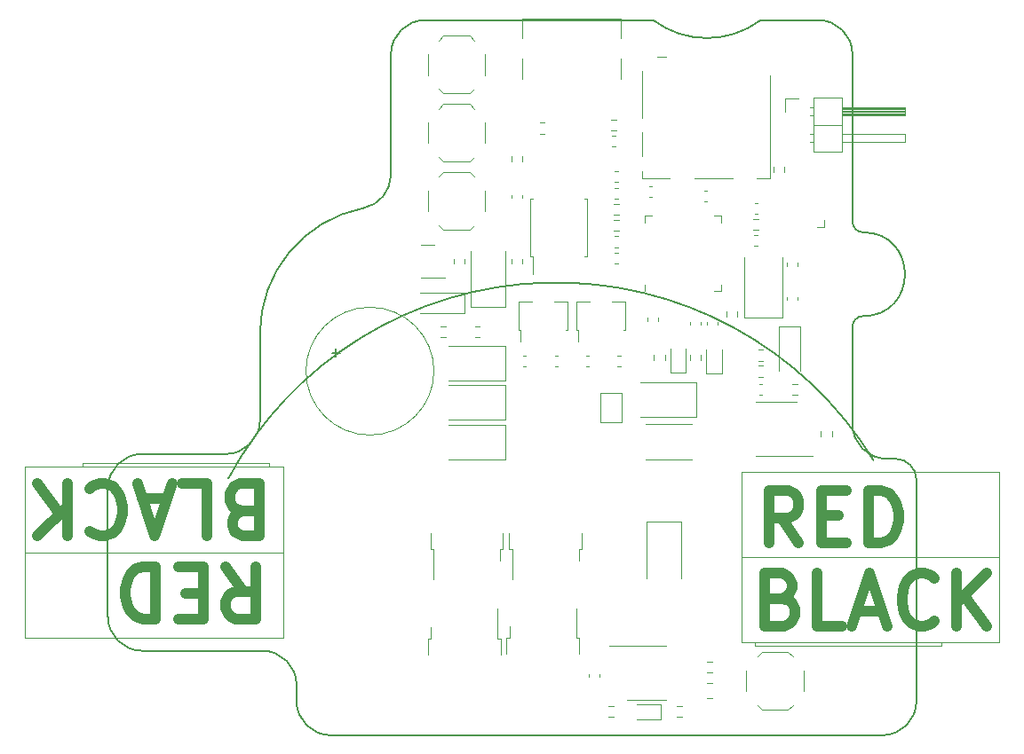
<source format=gto>
%TF.GenerationSoftware,KiCad,Pcbnew,(6.99.0-874-g7b84e0a7d9-dirty)*%
%TF.CreationDate,2022-02-14T21:42:15-05:00*%
%TF.ProjectId,MotorcycleBatterIsolator,4d6f746f-7263-4796-936c-654261747465,rev?*%
%TF.SameCoordinates,Original*%
%TF.FileFunction,Legend,Top*%
%TF.FilePolarity,Positive*%
%FSLAX46Y46*%
G04 Gerber Fmt 4.6, Leading zero omitted, Abs format (unit mm)*
G04 Created by KiCad (PCBNEW (6.99.0-874-g7b84e0a7d9-dirty)) date 2022-02-14 21:42:15*
%MOMM*%
%LPD*%
G01*
G04 APERTURE LIST*
%ADD10C,0.150000*%
%TA.AperFunction,Profile*%
%ADD11C,0.160000*%
%TD*%
%ADD12C,1.000000*%
%ADD13C,0.120000*%
G04 APERTURE END LIST*
D10*
X159000000Y-144750000D02*
G75*
G03*
X97500000Y-146500000I-30248550J-18497384D01*
G01*
D11*
X100518000Y-132657000D02*
X100518000Y-140910000D01*
X97268000Y-144160000D02*
X89268000Y-144160000D01*
X86018000Y-147410000D02*
X86018000Y-159690000D01*
X89268000Y-162940000D02*
X100750000Y-162940000D01*
X104000000Y-166190000D02*
X104000000Y-167750000D01*
X107250000Y-171000000D02*
X159850000Y-171000000D01*
X163100000Y-167750000D02*
X163100000Y-166750000D01*
X163100000Y-166750000D02*
X163100000Y-146610000D01*
X161100000Y-144610000D02*
X160250000Y-144610000D01*
X157000000Y-141360000D02*
X157000000Y-132000000D01*
X158000000Y-131000000D02*
G75*
G03*
X158000000Y-123000000I0J4000000D01*
G01*
X157000000Y-122000000D02*
X157000000Y-106000000D01*
X153750000Y-102750000D02*
X148250000Y-102750000D01*
X138000000Y-102750000D02*
X116250000Y-102750000D01*
X113000000Y-106000000D02*
X113000000Y-117500000D01*
X110373000Y-120690000D02*
G75*
G03*
X100518000Y-132657000I2337159J-11966053D01*
G01*
X158000000Y-131000000D02*
G75*
G03*
X157000000Y-132000000I365J-1000365D01*
G01*
X157000000Y-141360000D02*
G75*
G03*
X160250000Y-144610000I3250331J331D01*
G01*
X163100000Y-146610000D02*
G75*
G03*
X161100000Y-144610000I-2000729J-729D01*
G01*
X157000000Y-122000000D02*
G75*
G03*
X158000000Y-123000000I1000365J365D01*
G01*
X157000000Y-106000000D02*
G75*
G03*
X153750000Y-102750000I-3250331J-331D01*
G01*
X116250000Y-102750000D02*
G75*
G03*
X113000000Y-106000000I331J-3250331D01*
G01*
X110373000Y-120690000D02*
G75*
G03*
X113000000Y-117500000I-623095J3189807D01*
G01*
X97268000Y-144160000D02*
G75*
G03*
X100518000Y-140910000I-331J3250331D01*
G01*
X89268000Y-144160000D02*
G75*
G03*
X86018000Y-147410000I-1375J-3248625D01*
G01*
X86018000Y-159690000D02*
G75*
G03*
X89268000Y-162940000I3248625J-1375D01*
G01*
X104000000Y-166190000D02*
G75*
G03*
X100750000Y-162940000I-3250331J-331D01*
G01*
X104000000Y-167750000D02*
G75*
G03*
X107250000Y-171000000I3250331J331D01*
G01*
X159850000Y-171000000D02*
G75*
G03*
X163100000Y-167750000I-331J3250331D01*
G01*
X138000000Y-102750000D02*
G75*
G03*
X148250000Y-102750000I5125000J6835000D01*
G01*
D12*
%TO.C,J1*%
X98827023Y-149607142D02*
X98112737Y-149369047D01*
X98112737Y-149369047D02*
X97874642Y-149130952D01*
X97874642Y-149130952D02*
X97636546Y-148654761D01*
X97636546Y-148654761D02*
X97636546Y-147940476D01*
X97636546Y-147940476D02*
X97874642Y-147464285D01*
X97874642Y-147464285D02*
X98112737Y-147226190D01*
X98112737Y-147226190D02*
X98588927Y-146988095D01*
X98588927Y-146988095D02*
X100493689Y-146988095D01*
X100493689Y-146988095D02*
X100493689Y-151988095D01*
X100493689Y-151988095D02*
X98827023Y-151988095D01*
X98827023Y-151988095D02*
X98350832Y-151750000D01*
X98350832Y-151750000D02*
X98112737Y-151511904D01*
X98112737Y-151511904D02*
X97874642Y-151035714D01*
X97874642Y-151035714D02*
X97874642Y-150559523D01*
X97874642Y-150559523D02*
X98112737Y-150083333D01*
X98112737Y-150083333D02*
X98350832Y-149845238D01*
X98350832Y-149845238D02*
X98827023Y-149607142D01*
X98827023Y-149607142D02*
X100493689Y-149607142D01*
X93112737Y-146988095D02*
X95493689Y-146988095D01*
X95493689Y-146988095D02*
X95493689Y-151988095D01*
X91684166Y-148416666D02*
X89303213Y-148416666D01*
X92160356Y-146988095D02*
X90493689Y-151988095D01*
X90493689Y-151988095D02*
X88827023Y-146988095D01*
X84303213Y-147464285D02*
X84541309Y-147226190D01*
X84541309Y-147226190D02*
X85255594Y-146988095D01*
X85255594Y-146988095D02*
X85731785Y-146988095D01*
X85731785Y-146988095D02*
X86446071Y-147226190D01*
X86446071Y-147226190D02*
X86922261Y-147702380D01*
X86922261Y-147702380D02*
X87160356Y-148178571D01*
X87160356Y-148178571D02*
X87398452Y-149130952D01*
X87398452Y-149130952D02*
X87398452Y-149845238D01*
X87398452Y-149845238D02*
X87160356Y-150797619D01*
X87160356Y-150797619D02*
X86922261Y-151273809D01*
X86922261Y-151273809D02*
X86446071Y-151750000D01*
X86446071Y-151750000D02*
X85731785Y-151988095D01*
X85731785Y-151988095D02*
X85255594Y-151988095D01*
X85255594Y-151988095D02*
X84541309Y-151750000D01*
X84541309Y-151750000D02*
X84303213Y-151511904D01*
X82160356Y-146988095D02*
X82160356Y-151988095D01*
X79303213Y-146988095D02*
X81446071Y-149845238D01*
X79303213Y-151988095D02*
X82160356Y-149130952D01*
X97231785Y-154888095D02*
X98898452Y-157269047D01*
X100088928Y-154888095D02*
X100088928Y-159888095D01*
X100088928Y-159888095D02*
X98184166Y-159888095D01*
X98184166Y-159888095D02*
X97707976Y-159650000D01*
X97707976Y-159650000D02*
X97469881Y-159411904D01*
X97469881Y-159411904D02*
X97231785Y-158935714D01*
X97231785Y-158935714D02*
X97231785Y-158221428D01*
X97231785Y-158221428D02*
X97469881Y-157745238D01*
X97469881Y-157745238D02*
X97707976Y-157507142D01*
X97707976Y-157507142D02*
X98184166Y-157269047D01*
X98184166Y-157269047D02*
X100088928Y-157269047D01*
X95088928Y-157507142D02*
X93422262Y-157507142D01*
X92707976Y-154888095D02*
X95088928Y-154888095D01*
X95088928Y-154888095D02*
X95088928Y-159888095D01*
X95088928Y-159888095D02*
X92707976Y-159888095D01*
X90565118Y-154888095D02*
X90565118Y-159888095D01*
X90565118Y-159888095D02*
X89374642Y-159888095D01*
X89374642Y-159888095D02*
X88660356Y-159650000D01*
X88660356Y-159650000D02*
X88184166Y-159173809D01*
X88184166Y-159173809D02*
X87946071Y-158697619D01*
X87946071Y-158697619D02*
X87707975Y-157745238D01*
X87707975Y-157745238D02*
X87707975Y-157030952D01*
X87707975Y-157030952D02*
X87946071Y-156078571D01*
X87946071Y-156078571D02*
X88184166Y-155602380D01*
X88184166Y-155602380D02*
X88660356Y-155126190D01*
X88660356Y-155126190D02*
X89374642Y-154888095D01*
X89374642Y-154888095D02*
X90565118Y-154888095D01*
D10*
%TO.C,BZ1*%
X107369048Y-134521428D02*
X108130953Y-134521428D01*
X107750000Y-134902380D02*
X107750000Y-134140476D01*
D12*
%TO.C,J4*%
X150290476Y-157942857D02*
X151004762Y-158180952D01*
X151004762Y-158180952D02*
X151242857Y-158419047D01*
X151242857Y-158419047D02*
X151480953Y-158895238D01*
X151480953Y-158895238D02*
X151480953Y-159609523D01*
X151480953Y-159609523D02*
X151242857Y-160085714D01*
X151242857Y-160085714D02*
X151004762Y-160323809D01*
X151004762Y-160323809D02*
X150528572Y-160561904D01*
X150528572Y-160561904D02*
X148623810Y-160561904D01*
X148623810Y-160561904D02*
X148623810Y-155561904D01*
X148623810Y-155561904D02*
X150290476Y-155561904D01*
X150290476Y-155561904D02*
X150766667Y-155800000D01*
X150766667Y-155800000D02*
X151004762Y-156038095D01*
X151004762Y-156038095D02*
X151242857Y-156514285D01*
X151242857Y-156514285D02*
X151242857Y-156990476D01*
X151242857Y-156990476D02*
X151004762Y-157466666D01*
X151004762Y-157466666D02*
X150766667Y-157704761D01*
X150766667Y-157704761D02*
X150290476Y-157942857D01*
X150290476Y-157942857D02*
X148623810Y-157942857D01*
X156004762Y-160561904D02*
X153623810Y-160561904D01*
X153623810Y-160561904D02*
X153623810Y-155561904D01*
X157433333Y-159133333D02*
X159814286Y-159133333D01*
X156957143Y-160561904D02*
X158623810Y-155561904D01*
X158623810Y-155561904D02*
X160290476Y-160561904D01*
X164814286Y-160085714D02*
X164576190Y-160323809D01*
X164576190Y-160323809D02*
X163861905Y-160561904D01*
X163861905Y-160561904D02*
X163385714Y-160561904D01*
X163385714Y-160561904D02*
X162671428Y-160323809D01*
X162671428Y-160323809D02*
X162195238Y-159847619D01*
X162195238Y-159847619D02*
X161957143Y-159371428D01*
X161957143Y-159371428D02*
X161719047Y-158419047D01*
X161719047Y-158419047D02*
X161719047Y-157704761D01*
X161719047Y-157704761D02*
X161957143Y-156752380D01*
X161957143Y-156752380D02*
X162195238Y-156276190D01*
X162195238Y-156276190D02*
X162671428Y-155800000D01*
X162671428Y-155800000D02*
X163385714Y-155561904D01*
X163385714Y-155561904D02*
X163861905Y-155561904D01*
X163861905Y-155561904D02*
X164576190Y-155800000D01*
X164576190Y-155800000D02*
X164814286Y-156038095D01*
X166957143Y-160561904D02*
X166957143Y-155561904D01*
X169814286Y-160561904D02*
X167671428Y-157704761D01*
X169814286Y-155561904D02*
X166957143Y-158419047D01*
X151885714Y-152661904D02*
X150219047Y-150280952D01*
X149028571Y-152661904D02*
X149028571Y-147661904D01*
X149028571Y-147661904D02*
X150933333Y-147661904D01*
X150933333Y-147661904D02*
X151409523Y-147900000D01*
X151409523Y-147900000D02*
X151647618Y-148138095D01*
X151647618Y-148138095D02*
X151885714Y-148614285D01*
X151885714Y-148614285D02*
X151885714Y-149328571D01*
X151885714Y-149328571D02*
X151647618Y-149804761D01*
X151647618Y-149804761D02*
X151409523Y-150042857D01*
X151409523Y-150042857D02*
X150933333Y-150280952D01*
X150933333Y-150280952D02*
X149028571Y-150280952D01*
X154028571Y-150042857D02*
X155695237Y-150042857D01*
X156409523Y-152661904D02*
X154028571Y-152661904D01*
X154028571Y-152661904D02*
X154028571Y-147661904D01*
X154028571Y-147661904D02*
X156409523Y-147661904D01*
X158552381Y-152661904D02*
X158552381Y-147661904D01*
X158552381Y-147661904D02*
X159742857Y-147661904D01*
X159742857Y-147661904D02*
X160457143Y-147900000D01*
X160457143Y-147900000D02*
X160933333Y-148376190D01*
X160933333Y-148376190D02*
X161171428Y-148852380D01*
X161171428Y-148852380D02*
X161409524Y-149804761D01*
X161409524Y-149804761D02*
X161409524Y-150519047D01*
X161409524Y-150519047D02*
X161171428Y-151471428D01*
X161171428Y-151471428D02*
X160933333Y-151947619D01*
X160933333Y-151947619D02*
X160457143Y-152423809D01*
X160457143Y-152423809D02*
X159742857Y-152661904D01*
X159742857Y-152661904D02*
X158552381Y-152661904D01*
D13*
%TO.C,C11*%
X147659420Y-120190000D02*
X147940580Y-120190000D01*
X147659420Y-121210000D02*
X147940580Y-121210000D01*
%TO.C,U4*%
X149750000Y-144310000D02*
X153200000Y-144310000D01*
X149750000Y-144310000D02*
X147800000Y-144310000D01*
X149750000Y-139190000D02*
X151700000Y-139190000D01*
X149750000Y-139190000D02*
X147800000Y-139190000D01*
%TO.C,R11*%
X140737258Y-169272500D02*
X140262742Y-169272500D01*
X140737258Y-168227500D02*
X140262742Y-168227500D01*
%TO.C,C1*%
X132877500Y-165159420D02*
X132877500Y-165440580D01*
X131857500Y-165159420D02*
X131857500Y-165440580D01*
%TO.C,C22*%
X138510000Y-131169420D02*
X138510000Y-131450580D01*
X137490000Y-131169420D02*
X137490000Y-131450580D01*
%TO.C,R18*%
X134737258Y-122872500D02*
X134262742Y-122872500D01*
X134737258Y-121827500D02*
X134262742Y-121827500D01*
%TO.C,U2*%
X130870000Y-133450000D02*
X130870000Y-132310000D01*
X130640000Y-132310000D02*
X130870000Y-132310000D01*
X130640000Y-132310000D02*
X130640000Y-129590000D01*
X135360000Y-132310000D02*
X135130000Y-132310000D01*
X130640000Y-129590000D02*
X131950000Y-129590000D01*
X134050000Y-129590000D02*
X135360000Y-129590000D01*
X135360000Y-129590000D02*
X135360000Y-132310000D01*
%TO.C,U1*%
X137367500Y-162460000D02*
X133842500Y-162460000D01*
X137367500Y-162460000D02*
X139247500Y-162460000D01*
X137367500Y-167640000D02*
X135487500Y-167640000D01*
X137367500Y-167640000D02*
X139247500Y-167640000D01*
%TO.C,R29*%
X148012742Y-135727500D02*
X148487258Y-135727500D01*
X148012742Y-136772500D02*
X148487258Y-136772500D01*
%TO.C,R15*%
X149477500Y-117237258D02*
X149477500Y-116762742D01*
X150522500Y-117237258D02*
X150522500Y-116762742D01*
%TO.C,J5*%
X134950000Y-108400000D02*
X134950000Y-106400000D01*
X134950000Y-104500000D02*
X134950000Y-102600000D01*
X134950000Y-102600000D02*
X125550000Y-102600000D01*
X125550000Y-108400000D02*
X125550000Y-106400000D01*
X125550000Y-104500000D02*
X125550000Y-102600000D01*
%TO.C,C14*%
X137609420Y-118640000D02*
X137890580Y-118640000D01*
X137609420Y-119660000D02*
X137890580Y-119660000D01*
%TO.C,R17*%
X144977500Y-131047258D02*
X144977500Y-130572742D01*
X146022500Y-131047258D02*
X146022500Y-130572742D01*
%TO.C,U6*%
X125370000Y-133450000D02*
X125370000Y-132310000D01*
X125140000Y-132310000D02*
X125370000Y-132310000D01*
X125140000Y-132310000D02*
X125140000Y-129590000D01*
X129860000Y-132310000D02*
X129630000Y-132310000D01*
X125140000Y-129590000D02*
X126450000Y-129590000D01*
X128550000Y-129590000D02*
X129860000Y-129590000D01*
X129860000Y-129590000D02*
X129860000Y-132310000D01*
%TO.C,C6*%
X125510000Y-119419420D02*
X125510000Y-119700580D01*
X124490000Y-119419420D02*
X124490000Y-119700580D01*
%TO.C,JP1*%
X135000000Y-138350000D02*
X135000000Y-141150000D01*
X133000000Y-138350000D02*
X135000000Y-138350000D01*
X135000000Y-141150000D02*
X133000000Y-141150000D01*
X133000000Y-141150000D02*
X133000000Y-138350000D01*
%TO.C,J2*%
X136930000Y-107610000D02*
X136930000Y-112060000D01*
X136930000Y-113460000D02*
X136930000Y-115760000D01*
X136930000Y-117160000D02*
X136930000Y-117880000D01*
X136930000Y-117880000D02*
X139610000Y-117880000D01*
X138410000Y-106240000D02*
X139270000Y-106240000D01*
X141910000Y-117880000D02*
X145580000Y-117880000D01*
X147880000Y-117880000D02*
X149110000Y-117880000D01*
X149110000Y-117880000D02*
X149110000Y-108060000D01*
%TO.C,J1*%
X102717500Y-153550000D02*
X78117500Y-153550000D01*
X101417500Y-145350000D02*
X101417500Y-145050000D01*
X101417500Y-145050000D02*
X83617500Y-145050000D01*
X83617500Y-145050000D02*
X83617500Y-145350000D01*
X78117500Y-145400000D02*
X102717500Y-145400000D01*
X102717500Y-145400000D02*
X102717500Y-161700000D01*
X102717500Y-161700000D02*
X78117500Y-161700000D01*
X78117500Y-161700000D02*
X78117500Y-145400000D01*
%TO.C,C10*%
X151760000Y-125919420D02*
X151760000Y-126200580D01*
X150740000Y-125919420D02*
X150740000Y-126200580D01*
%TO.C,Q6*%
X116775000Y-153245000D02*
X117045000Y-153245000D01*
X117045000Y-153245000D02*
X117045000Y-156075000D01*
X123405000Y-153245000D02*
X123405000Y-154345000D01*
X123675000Y-153245000D02*
X123405000Y-153245000D01*
X116775000Y-151745000D02*
X116775000Y-153245000D01*
X123675000Y-151745000D02*
X123675000Y-153245000D01*
%TO.C,R10*%
X120022500Y-125512742D02*
X120022500Y-125987258D01*
X118977500Y-125512742D02*
X118977500Y-125987258D01*
%TO.C,C3*%
X131890580Y-135760000D02*
X131609420Y-135760000D01*
X131890580Y-134740000D02*
X131609420Y-134740000D01*
%TO.C,BZ1*%
X117100000Y-136250000D02*
G75*
G03*
X117100000Y-136250000I-6100000J0D01*
G01*
%TO.C,C2*%
X143628752Y-167485000D02*
X143106248Y-167485000D01*
X143628752Y-166015000D02*
X143106248Y-166015000D01*
%TO.C,D1*%
X123900000Y-140900000D02*
X123900000Y-137600000D01*
X123900000Y-140900000D02*
X118500000Y-140900000D01*
X123900000Y-137600000D02*
X118500000Y-137600000D01*
%TO.C,D13*%
X152000000Y-131950000D02*
X150000000Y-131950000D01*
X150000000Y-131950000D02*
X150000000Y-136250000D01*
X152000000Y-136250000D02*
X152000000Y-131950000D01*
%TO.C,R22*%
X141527500Y-135187258D02*
X141527500Y-134712742D01*
X142572500Y-135187258D02*
X142572500Y-134712742D01*
%TO.C,R23*%
X151262742Y-137477500D02*
X151737258Y-137477500D01*
X151262742Y-138522500D02*
X151737258Y-138522500D01*
%TO.C,D12*%
X120050000Y-130750000D02*
X120050000Y-128750000D01*
X120050000Y-128750000D02*
X115750000Y-128750000D01*
X115750000Y-130750000D02*
X120050000Y-130750000D01*
%TO.C,C21*%
X144110000Y-131534420D02*
X144110000Y-131815580D01*
X143090000Y-131534420D02*
X143090000Y-131815580D01*
%TO.C,C12*%
X134640580Y-119760000D02*
X134359420Y-119760000D01*
X134640580Y-118740000D02*
X134359420Y-118740000D01*
%TO.C,C15*%
X134640580Y-118210000D02*
X134359420Y-118210000D01*
X134640580Y-117190000D02*
X134359420Y-117190000D01*
%TO.C,C16*%
X125865580Y-135760000D02*
X125584420Y-135760000D01*
X125865580Y-134740000D02*
X125584420Y-134740000D01*
%TO.C,C13*%
X142884420Y-119050000D02*
X143165580Y-119050000D01*
X142884420Y-120070000D02*
X143165580Y-120070000D01*
%TO.C,TH1*%
X150605000Y-110205000D02*
X151875000Y-110205000D01*
X150605000Y-111475000D02*
X150605000Y-110205000D01*
X152917929Y-113635000D02*
X153315000Y-113635000D01*
X152917929Y-114395000D02*
X153315000Y-114395000D01*
X152985000Y-111095000D02*
X153315000Y-111095000D01*
X152985000Y-111855000D02*
X153315000Y-111855000D01*
X153315000Y-110145000D02*
X153315000Y-115345000D01*
X153315000Y-112745000D02*
X155975000Y-112745000D01*
X153315000Y-115345000D02*
X155975000Y-115345000D01*
X155975000Y-110145000D02*
X153315000Y-110145000D01*
X155975000Y-111095000D02*
X161975000Y-111095000D01*
X155975000Y-111155000D02*
X161975000Y-111155000D01*
X155975000Y-111275000D02*
X161975000Y-111275000D01*
X155975000Y-111395000D02*
X161975000Y-111395000D01*
X155975000Y-111515000D02*
X161975000Y-111515000D01*
X155975000Y-111635000D02*
X161975000Y-111635000D01*
X155975000Y-111755000D02*
X161975000Y-111755000D01*
X155975000Y-113635000D02*
X161975000Y-113635000D01*
X155975000Y-115345000D02*
X155975000Y-110145000D01*
X161975000Y-111095000D02*
X161975000Y-111855000D01*
X161975000Y-111855000D02*
X155975000Y-111855000D01*
X161975000Y-113635000D02*
X161975000Y-114395000D01*
X161975000Y-114395000D02*
X155975000Y-114395000D01*
%TO.C,Q7*%
X116500000Y-127310000D02*
X118175000Y-127310000D01*
X116500000Y-127310000D02*
X115850000Y-127310000D01*
X116500000Y-124190000D02*
X117150000Y-124190000D01*
X116500000Y-124190000D02*
X115850000Y-124190000D01*
%TO.C,D8*%
X140650000Y-150600000D02*
X137350000Y-150600000D01*
X140650000Y-150600000D02*
X140650000Y-156000000D01*
X137350000Y-150600000D02*
X137350000Y-156000000D01*
%TO.C,C5*%
X134109420Y-113740000D02*
X134390580Y-113740000D01*
X134109420Y-114760000D02*
X134390580Y-114760000D01*
%TO.C,J4*%
X146400000Y-154000000D02*
X171000000Y-154000000D01*
X147700000Y-162200000D02*
X147700000Y-162500000D01*
X147700000Y-162500000D02*
X165500000Y-162500000D01*
X165500000Y-162500000D02*
X165500000Y-162200000D01*
X171000000Y-162150000D02*
X146400000Y-162150000D01*
X146400000Y-162150000D02*
X146400000Y-145850000D01*
X146400000Y-145850000D02*
X171000000Y-145850000D01*
X171000000Y-145850000D02*
X171000000Y-162150000D01*
%TO.C,R13*%
X125522500Y-115762742D02*
X125522500Y-116237258D01*
X124477500Y-115762742D02*
X124477500Y-116237258D01*
%TO.C,Y1*%
X146700000Y-131110000D02*
X150300000Y-131110000D01*
X150300000Y-131110000D02*
X150300000Y-125360000D01*
X146700000Y-125360000D02*
X146700000Y-131110000D01*
%TO.C,Q3*%
X123450000Y-161780000D02*
X123180000Y-161780000D01*
X123180000Y-161780000D02*
X123180000Y-158950000D01*
X116820000Y-161780000D02*
X116820000Y-160680000D01*
X116550000Y-161780000D02*
X116820000Y-161780000D01*
X123450000Y-163280000D02*
X123450000Y-161780000D01*
X116550000Y-163280000D02*
X116550000Y-161780000D01*
%TO.C,SW4*%
X122000000Y-114500000D02*
X122000000Y-112500000D01*
X120950000Y-115800000D02*
X120500000Y-116250000D01*
X120950000Y-111200000D02*
X120500000Y-110750000D01*
X120500000Y-116250000D02*
X118000000Y-116250000D01*
X120500000Y-110750000D02*
X118000000Y-110750000D01*
X117550000Y-115800000D02*
X118000000Y-116250000D01*
X117550000Y-111200000D02*
X118000000Y-110750000D01*
X116500000Y-114500000D02*
X116500000Y-112500000D01*
%TO.C,SW3*%
X122000000Y-121000000D02*
X122000000Y-119000000D01*
X120950000Y-122300000D02*
X120500000Y-122750000D01*
X120950000Y-117700000D02*
X120500000Y-117250000D01*
X120500000Y-122750000D02*
X118000000Y-122750000D01*
X120500000Y-117250000D02*
X118000000Y-117250000D01*
X117550000Y-122300000D02*
X118000000Y-122750000D01*
X117550000Y-117700000D02*
X118000000Y-117250000D01*
X116500000Y-121000000D02*
X116500000Y-119000000D01*
%TO.C,R12*%
X133762742Y-168227500D02*
X134237258Y-168227500D01*
X133762742Y-169272500D02*
X134237258Y-169272500D01*
%TO.C,D10*%
X120600000Y-130150000D02*
X123900000Y-130150000D01*
X120600000Y-130150000D02*
X120600000Y-124750000D01*
X123900000Y-130150000D02*
X123900000Y-124750000D01*
%TO.C,D9*%
X143065000Y-136435000D02*
X144535000Y-136435000D01*
X144535000Y-136435000D02*
X144535000Y-134150000D01*
X143065000Y-134150000D02*
X143065000Y-136435000D01*
%TO.C,C4*%
X134890580Y-135760000D02*
X134609420Y-135760000D01*
X134890580Y-134740000D02*
X134609420Y-134740000D01*
%TO.C,D3*%
X123900000Y-144650000D02*
X123900000Y-141350000D01*
X123900000Y-144650000D02*
X118500000Y-144650000D01*
X123900000Y-141350000D02*
X118500000Y-141350000D01*
%TO.C,R27*%
X117762742Y-131977500D02*
X118237258Y-131977500D01*
X117762742Y-133022500D02*
X118237258Y-133022500D01*
%TO.C,R20*%
X127187742Y-112537500D02*
X127662258Y-112537500D01*
X127187742Y-113582500D02*
X127662258Y-113582500D01*
%TO.C,C8*%
X148109420Y-137490000D02*
X148390580Y-137490000D01*
X148109420Y-138510000D02*
X148390580Y-138510000D01*
%TO.C,U5*%
X144460000Y-128620000D02*
X143810000Y-128620000D01*
X137240000Y-127970000D02*
X137240000Y-128620000D01*
X144460000Y-127970000D02*
X144460000Y-128620000D01*
X137240000Y-122050000D02*
X137240000Y-121400000D01*
X144460000Y-122050000D02*
X144460000Y-121400000D01*
X137240000Y-121400000D02*
X137890000Y-121400000D01*
X144460000Y-121400000D02*
X143810000Y-121400000D01*
%TO.C,Q2*%
X130925000Y-161705000D02*
X130655000Y-161705000D01*
X130655000Y-161705000D02*
X130655000Y-158875000D01*
X124295000Y-161705000D02*
X124295000Y-160605000D01*
X124025000Y-161705000D02*
X124295000Y-161705000D01*
X130925000Y-163205000D02*
X130925000Y-161705000D01*
X124025000Y-163205000D02*
X124025000Y-161705000D01*
%TO.C,SW1*%
X146867500Y-164800000D02*
X146867500Y-166800000D01*
X147917500Y-163500000D02*
X148367500Y-163050000D01*
X147917500Y-168100000D02*
X148367500Y-168550000D01*
X148367500Y-163050000D02*
X150867500Y-163050000D01*
X148367500Y-168550000D02*
X150867500Y-168550000D01*
X151317500Y-163500000D02*
X150867500Y-163050000D01*
X151317500Y-168100000D02*
X150867500Y-168550000D01*
X152367500Y-164800000D02*
X152367500Y-166800000D01*
%TO.C,C20*%
X142510000Y-131559420D02*
X142510000Y-131840580D01*
X141490000Y-131559420D02*
X141490000Y-131840580D01*
%TO.C,Q5*%
X124275000Y-153245000D02*
X124545000Y-153245000D01*
X124545000Y-153245000D02*
X124545000Y-156075000D01*
X130905000Y-153245000D02*
X130905000Y-154345000D01*
X131175000Y-153245000D02*
X130905000Y-153245000D01*
X124275000Y-151745000D02*
X124275000Y-153245000D01*
X131175000Y-151745000D02*
X131175000Y-153245000D01*
%TO.C,C19*%
X128915580Y-135760000D02*
X128634420Y-135760000D01*
X128915580Y-134740000D02*
X128634420Y-134740000D01*
%TO.C,R1*%
X143604758Y-165022500D02*
X143130242Y-165022500D01*
X143604758Y-163977500D02*
X143130242Y-163977500D01*
%TO.C,R14*%
X137322936Y-141290000D02*
X141677064Y-141290000D01*
X137322936Y-144710000D02*
X141677064Y-144710000D01*
%TO.C,D11*%
X139615000Y-136410000D02*
X141085000Y-136410000D01*
X141085000Y-136410000D02*
X141085000Y-134125000D01*
X139615000Y-134125000D02*
X139615000Y-136410000D01*
%TO.C,R21*%
X134487258Y-113272500D02*
X134012742Y-113272500D01*
X134487258Y-112227500D02*
X134012742Y-112227500D01*
%TO.C,R26*%
X121487258Y-133022500D02*
X121012742Y-133022500D01*
X121487258Y-131977500D02*
X121012742Y-131977500D01*
%TO.C,C17*%
X134640580Y-124410000D02*
X134359420Y-124410000D01*
X134640580Y-123390000D02*
X134359420Y-123390000D01*
%TO.C,D7*%
X142150000Y-140650000D02*
X142150000Y-137350000D01*
X142150000Y-140650000D02*
X136750000Y-140650000D01*
X142150000Y-137350000D02*
X136750000Y-137350000D01*
%TO.C,C9*%
X134640580Y-125960000D02*
X134359420Y-125960000D01*
X134640580Y-124940000D02*
X134359420Y-124940000D01*
%TO.C,C18*%
X147634420Y-123300000D02*
X147915580Y-123300000D01*
X147634420Y-124320000D02*
X147915580Y-124320000D01*
%TO.C,R28*%
X148037258Y-122772500D02*
X147562742Y-122772500D01*
X148037258Y-121727500D02*
X147562742Y-121727500D01*
%TO.C,D2*%
X123900000Y-137150000D02*
X123900000Y-133850000D01*
X123900000Y-137150000D02*
X118500000Y-137150000D01*
X123900000Y-133850000D02*
X118500000Y-133850000D01*
%TO.C,C7*%
X150740000Y-129450580D02*
X150740000Y-129169420D01*
X151760000Y-129450580D02*
X151760000Y-129169420D01*
%TO.C,R25*%
X153977500Y-142487258D02*
X153977500Y-142012742D01*
X155022500Y-142487258D02*
X155022500Y-142012742D01*
%TO.C,R24*%
X138077500Y-135162258D02*
X138077500Y-134687742D01*
X139122500Y-135162258D02*
X139122500Y-134687742D01*
%TO.C,J3*%
X154270000Y-122465000D02*
X153635000Y-122465000D01*
X154270000Y-121830000D02*
X154270000Y-122465000D01*
%TO.C,R19*%
X134737258Y-121322500D02*
X134262742Y-121322500D01*
X134737258Y-120277500D02*
X134262742Y-120277500D01*
%TO.C,SW2*%
X122000000Y-108000000D02*
X122000000Y-106000000D01*
X120950000Y-109300000D02*
X120500000Y-109750000D01*
X120950000Y-104700000D02*
X120500000Y-104250000D01*
X120500000Y-109750000D02*
X118000000Y-109750000D01*
X120500000Y-104250000D02*
X118000000Y-104250000D01*
X117550000Y-109300000D02*
X118000000Y-109750000D01*
X117550000Y-104700000D02*
X118000000Y-104250000D01*
X116500000Y-108000000D02*
X116500000Y-106000000D01*
%TO.C,R30*%
X148012742Y-134227500D02*
X148487258Y-134227500D01*
X148012742Y-135272500D02*
X148487258Y-135272500D01*
%TO.C,D6*%
X138735000Y-169485000D02*
X138735000Y-168015000D01*
X138735000Y-168015000D02*
X136450000Y-168015000D01*
X136450000Y-169485000D02*
X138735000Y-169485000D01*
%TO.C,R16*%
X125522500Y-125512742D02*
X125522500Y-125987258D01*
X124477500Y-125512742D02*
X124477500Y-125987258D01*
%TO.C,U3*%
X126275000Y-125285000D02*
X126535000Y-125285000D01*
X126535000Y-125285000D02*
X126535000Y-126960000D01*
X131725000Y-125285000D02*
X131465000Y-125285000D01*
X126275000Y-122560000D02*
X126275000Y-125285000D01*
X126275000Y-122560000D02*
X126275000Y-119835000D01*
X131725000Y-122560000D02*
X131725000Y-125285000D01*
X131725000Y-122560000D02*
X131725000Y-119835000D01*
X126275000Y-119835000D02*
X126535000Y-119835000D01*
X131725000Y-119835000D02*
X131465000Y-119835000D01*
%TD*%
M02*

</source>
